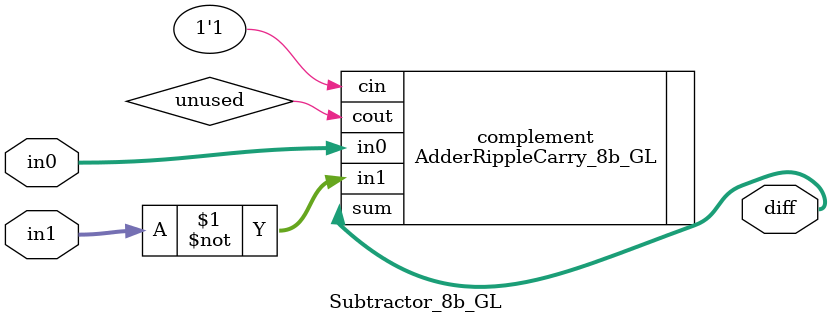
<source format=v>

`ifndef SUBTRACTOR_8B_GL_V
`define SUBTRACTOR_8B_GL_V

`include "AdderRippleCarry_8b_GL.v"

module Subtractor_8b_GL
(
  (* keep=1 *) input  wire [7:0] in0,
  (* keep=1 *) input  wire [7:0] in1,
  (* keep=1 *) output wire [7:0] diff
);

  wire unused;

  // Adder adds two's compliment of in1 to in0  with a cin 1'b1
  AdderRippleCarry_8b_GL complement(
    .in0(in0),
    .in1(~in1),
    .cin(1'b1),
    .cout(unused),
    .sum(diff)
  );

endmodule

`endif /* SUBTRACTOR_8B_GL_V */


</source>
